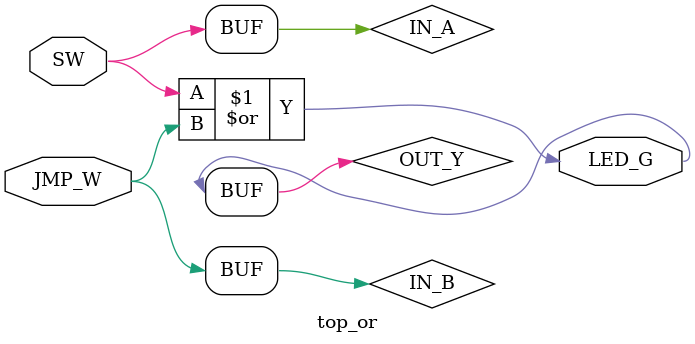
<source format=v>
module top_or(
        input   wire SW, // switch
        input   wire JMP_W, // jump_wire
        output  wire LED_G
);

wire    IN_A;
wire    IN_B;
wire    OUT_Y;

// TANG PriMER is active low. change to active high.
// TANG PriMERは負論理。正論理に変更.
//assign IN_A = ~SW;

assign IN_A = SW;
assign IN_B = JMP_W;
assign OUT_Y = IN_A | IN_B;

assign LED_G = OUT_Y;

endmodule

</source>
